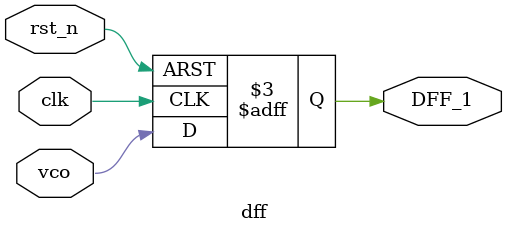
<source format=v>
module dff(
  input vco, clk, rst_n,
  output reg DFF_1);
  
  always @ (posedge clk, negedge rst_n) begin
	if (!rst_n) begin
		DFF_1 <= 1'b0;
	end 
	else begin    
		DFF_1 <= vco;
	end
  end
endmodule

</source>
